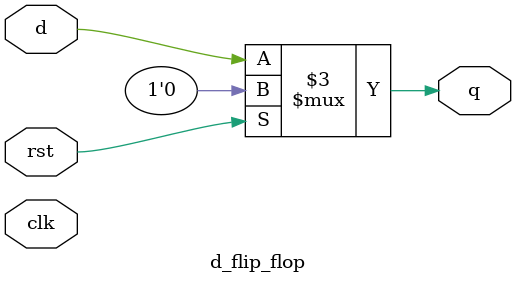
<source format=sv>
module d_flip_flop (
    input logic clk,
    input logic rst,
    input logic d,
    output logic q
);
    always @(*) begin
        if (rst) begin
            q = 1'b0;
        end else begin
            q = d;
        end
    end
endmodule
</source>
